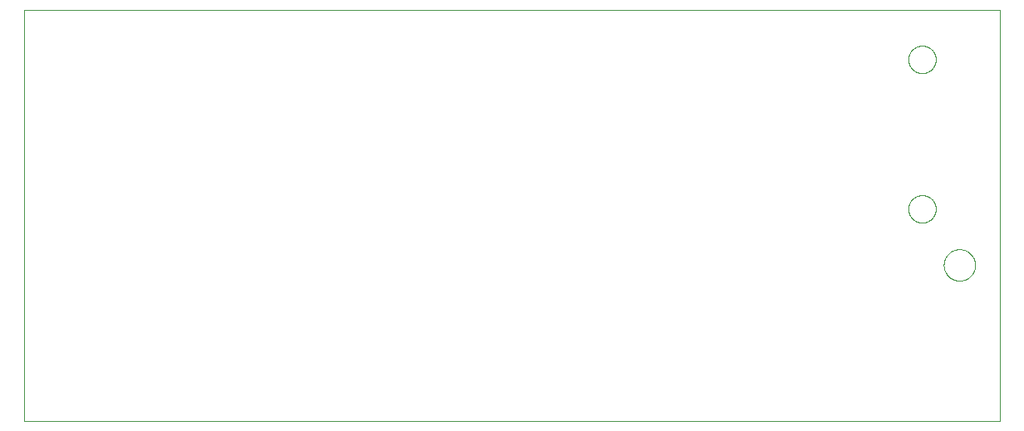
<source format=gbp>
G75*
%MOIN*%
%OFA0B0*%
%FSLAX25Y25*%
%IPPOS*%
%LPD*%
%AMOC8*
5,1,8,0,0,1.08239X$1,22.5*
%
%ADD10C,0.00000*%
D10*
X0001000Y0002875D02*
X0001000Y0167835D01*
X0392201Y0167835D01*
X0392201Y0002875D01*
X0001000Y0002875D01*
X0355500Y0087875D02*
X0355502Y0088023D01*
X0355508Y0088171D01*
X0355518Y0088319D01*
X0355532Y0088467D01*
X0355550Y0088614D01*
X0355572Y0088761D01*
X0355598Y0088907D01*
X0355627Y0089052D01*
X0355661Y0089197D01*
X0355699Y0089340D01*
X0355740Y0089483D01*
X0355785Y0089624D01*
X0355835Y0089764D01*
X0355887Y0089902D01*
X0355944Y0090040D01*
X0356004Y0090175D01*
X0356068Y0090309D01*
X0356135Y0090441D01*
X0356206Y0090571D01*
X0356281Y0090700D01*
X0356359Y0090826D01*
X0356440Y0090950D01*
X0356524Y0091072D01*
X0356612Y0091191D01*
X0356703Y0091308D01*
X0356797Y0091423D01*
X0356895Y0091535D01*
X0356995Y0091644D01*
X0357098Y0091751D01*
X0357204Y0091855D01*
X0357312Y0091956D01*
X0357424Y0092054D01*
X0357538Y0092149D01*
X0357654Y0092240D01*
X0357773Y0092329D01*
X0357894Y0092414D01*
X0358018Y0092496D01*
X0358144Y0092575D01*
X0358271Y0092650D01*
X0358401Y0092722D01*
X0358533Y0092791D01*
X0358666Y0092855D01*
X0358801Y0092916D01*
X0358938Y0092974D01*
X0359076Y0093028D01*
X0359216Y0093078D01*
X0359357Y0093124D01*
X0359499Y0093166D01*
X0359642Y0093205D01*
X0359786Y0093239D01*
X0359932Y0093270D01*
X0360077Y0093297D01*
X0360224Y0093320D01*
X0360371Y0093339D01*
X0360519Y0093354D01*
X0360666Y0093365D01*
X0360815Y0093372D01*
X0360963Y0093375D01*
X0361111Y0093374D01*
X0361259Y0093369D01*
X0361407Y0093360D01*
X0361555Y0093347D01*
X0361703Y0093330D01*
X0361849Y0093309D01*
X0361996Y0093284D01*
X0362141Y0093255D01*
X0362286Y0093223D01*
X0362429Y0093186D01*
X0362572Y0093146D01*
X0362714Y0093101D01*
X0362854Y0093053D01*
X0362993Y0093001D01*
X0363130Y0092946D01*
X0363266Y0092886D01*
X0363401Y0092823D01*
X0363533Y0092757D01*
X0363664Y0092687D01*
X0363793Y0092613D01*
X0363919Y0092536D01*
X0364044Y0092456D01*
X0364166Y0092372D01*
X0364287Y0092285D01*
X0364404Y0092195D01*
X0364520Y0092101D01*
X0364632Y0092005D01*
X0364742Y0091906D01*
X0364850Y0091803D01*
X0364954Y0091698D01*
X0365056Y0091590D01*
X0365154Y0091479D01*
X0365250Y0091366D01*
X0365343Y0091250D01*
X0365432Y0091132D01*
X0365518Y0091011D01*
X0365601Y0090888D01*
X0365681Y0090763D01*
X0365757Y0090636D01*
X0365830Y0090506D01*
X0365899Y0090375D01*
X0365964Y0090242D01*
X0366027Y0090108D01*
X0366085Y0089971D01*
X0366140Y0089833D01*
X0366190Y0089694D01*
X0366238Y0089553D01*
X0366281Y0089412D01*
X0366321Y0089269D01*
X0366356Y0089125D01*
X0366388Y0088980D01*
X0366416Y0088834D01*
X0366440Y0088688D01*
X0366460Y0088541D01*
X0366476Y0088393D01*
X0366488Y0088246D01*
X0366496Y0088097D01*
X0366500Y0087949D01*
X0366500Y0087801D01*
X0366496Y0087653D01*
X0366488Y0087504D01*
X0366476Y0087357D01*
X0366460Y0087209D01*
X0366440Y0087062D01*
X0366416Y0086916D01*
X0366388Y0086770D01*
X0366356Y0086625D01*
X0366321Y0086481D01*
X0366281Y0086338D01*
X0366238Y0086197D01*
X0366190Y0086056D01*
X0366140Y0085917D01*
X0366085Y0085779D01*
X0366027Y0085642D01*
X0365964Y0085508D01*
X0365899Y0085375D01*
X0365830Y0085244D01*
X0365757Y0085114D01*
X0365681Y0084987D01*
X0365601Y0084862D01*
X0365518Y0084739D01*
X0365432Y0084618D01*
X0365343Y0084500D01*
X0365250Y0084384D01*
X0365154Y0084271D01*
X0365056Y0084160D01*
X0364954Y0084052D01*
X0364850Y0083947D01*
X0364742Y0083844D01*
X0364632Y0083745D01*
X0364520Y0083649D01*
X0364404Y0083555D01*
X0364287Y0083465D01*
X0364166Y0083378D01*
X0364044Y0083294D01*
X0363919Y0083214D01*
X0363793Y0083137D01*
X0363664Y0083063D01*
X0363533Y0082993D01*
X0363401Y0082927D01*
X0363266Y0082864D01*
X0363130Y0082804D01*
X0362993Y0082749D01*
X0362854Y0082697D01*
X0362714Y0082649D01*
X0362572Y0082604D01*
X0362429Y0082564D01*
X0362286Y0082527D01*
X0362141Y0082495D01*
X0361996Y0082466D01*
X0361849Y0082441D01*
X0361703Y0082420D01*
X0361555Y0082403D01*
X0361407Y0082390D01*
X0361259Y0082381D01*
X0361111Y0082376D01*
X0360963Y0082375D01*
X0360815Y0082378D01*
X0360666Y0082385D01*
X0360519Y0082396D01*
X0360371Y0082411D01*
X0360224Y0082430D01*
X0360077Y0082453D01*
X0359932Y0082480D01*
X0359786Y0082511D01*
X0359642Y0082545D01*
X0359499Y0082584D01*
X0359357Y0082626D01*
X0359216Y0082672D01*
X0359076Y0082722D01*
X0358938Y0082776D01*
X0358801Y0082834D01*
X0358666Y0082895D01*
X0358533Y0082959D01*
X0358401Y0083028D01*
X0358271Y0083100D01*
X0358144Y0083175D01*
X0358018Y0083254D01*
X0357894Y0083336D01*
X0357773Y0083421D01*
X0357654Y0083510D01*
X0357538Y0083601D01*
X0357424Y0083696D01*
X0357312Y0083794D01*
X0357204Y0083895D01*
X0357098Y0083999D01*
X0356995Y0084106D01*
X0356895Y0084215D01*
X0356797Y0084327D01*
X0356703Y0084442D01*
X0356612Y0084559D01*
X0356524Y0084678D01*
X0356440Y0084800D01*
X0356359Y0084924D01*
X0356281Y0085050D01*
X0356206Y0085179D01*
X0356135Y0085309D01*
X0356068Y0085441D01*
X0356004Y0085575D01*
X0355944Y0085710D01*
X0355887Y0085848D01*
X0355835Y0085986D01*
X0355785Y0086126D01*
X0355740Y0086267D01*
X0355699Y0086410D01*
X0355661Y0086553D01*
X0355627Y0086698D01*
X0355598Y0086843D01*
X0355572Y0086989D01*
X0355550Y0087136D01*
X0355532Y0087283D01*
X0355518Y0087431D01*
X0355508Y0087579D01*
X0355502Y0087727D01*
X0355500Y0087875D01*
X0369701Y0065375D02*
X0369703Y0065533D01*
X0369709Y0065691D01*
X0369719Y0065849D01*
X0369733Y0066007D01*
X0369751Y0066164D01*
X0369772Y0066321D01*
X0369798Y0066477D01*
X0369828Y0066633D01*
X0369861Y0066788D01*
X0369899Y0066941D01*
X0369940Y0067094D01*
X0369985Y0067246D01*
X0370034Y0067397D01*
X0370087Y0067546D01*
X0370143Y0067694D01*
X0370203Y0067840D01*
X0370267Y0067985D01*
X0370335Y0068128D01*
X0370406Y0068270D01*
X0370480Y0068410D01*
X0370558Y0068547D01*
X0370640Y0068683D01*
X0370724Y0068817D01*
X0370813Y0068948D01*
X0370904Y0069077D01*
X0370999Y0069204D01*
X0371096Y0069329D01*
X0371197Y0069451D01*
X0371301Y0069570D01*
X0371408Y0069687D01*
X0371518Y0069801D01*
X0371631Y0069912D01*
X0371746Y0070021D01*
X0371864Y0070126D01*
X0371985Y0070228D01*
X0372108Y0070328D01*
X0372234Y0070424D01*
X0372362Y0070517D01*
X0372492Y0070607D01*
X0372625Y0070693D01*
X0372760Y0070777D01*
X0372896Y0070856D01*
X0373035Y0070933D01*
X0373176Y0071005D01*
X0373318Y0071075D01*
X0373462Y0071140D01*
X0373608Y0071202D01*
X0373755Y0071260D01*
X0373904Y0071315D01*
X0374054Y0071366D01*
X0374205Y0071413D01*
X0374357Y0071456D01*
X0374510Y0071495D01*
X0374665Y0071531D01*
X0374820Y0071562D01*
X0374976Y0071590D01*
X0375132Y0071614D01*
X0375289Y0071634D01*
X0375447Y0071650D01*
X0375604Y0071662D01*
X0375763Y0071670D01*
X0375921Y0071674D01*
X0376079Y0071674D01*
X0376237Y0071670D01*
X0376396Y0071662D01*
X0376553Y0071650D01*
X0376711Y0071634D01*
X0376868Y0071614D01*
X0377024Y0071590D01*
X0377180Y0071562D01*
X0377335Y0071531D01*
X0377490Y0071495D01*
X0377643Y0071456D01*
X0377795Y0071413D01*
X0377946Y0071366D01*
X0378096Y0071315D01*
X0378245Y0071260D01*
X0378392Y0071202D01*
X0378538Y0071140D01*
X0378682Y0071075D01*
X0378824Y0071005D01*
X0378965Y0070933D01*
X0379104Y0070856D01*
X0379240Y0070777D01*
X0379375Y0070693D01*
X0379508Y0070607D01*
X0379638Y0070517D01*
X0379766Y0070424D01*
X0379892Y0070328D01*
X0380015Y0070228D01*
X0380136Y0070126D01*
X0380254Y0070021D01*
X0380369Y0069912D01*
X0380482Y0069801D01*
X0380592Y0069687D01*
X0380699Y0069570D01*
X0380803Y0069451D01*
X0380904Y0069329D01*
X0381001Y0069204D01*
X0381096Y0069077D01*
X0381187Y0068948D01*
X0381276Y0068817D01*
X0381360Y0068683D01*
X0381442Y0068547D01*
X0381520Y0068410D01*
X0381594Y0068270D01*
X0381665Y0068128D01*
X0381733Y0067985D01*
X0381797Y0067840D01*
X0381857Y0067694D01*
X0381913Y0067546D01*
X0381966Y0067397D01*
X0382015Y0067246D01*
X0382060Y0067094D01*
X0382101Y0066941D01*
X0382139Y0066788D01*
X0382172Y0066633D01*
X0382202Y0066477D01*
X0382228Y0066321D01*
X0382249Y0066164D01*
X0382267Y0066007D01*
X0382281Y0065849D01*
X0382291Y0065691D01*
X0382297Y0065533D01*
X0382299Y0065375D01*
X0382297Y0065217D01*
X0382291Y0065059D01*
X0382281Y0064901D01*
X0382267Y0064743D01*
X0382249Y0064586D01*
X0382228Y0064429D01*
X0382202Y0064273D01*
X0382172Y0064117D01*
X0382139Y0063962D01*
X0382101Y0063809D01*
X0382060Y0063656D01*
X0382015Y0063504D01*
X0381966Y0063353D01*
X0381913Y0063204D01*
X0381857Y0063056D01*
X0381797Y0062910D01*
X0381733Y0062765D01*
X0381665Y0062622D01*
X0381594Y0062480D01*
X0381520Y0062340D01*
X0381442Y0062203D01*
X0381360Y0062067D01*
X0381276Y0061933D01*
X0381187Y0061802D01*
X0381096Y0061673D01*
X0381001Y0061546D01*
X0380904Y0061421D01*
X0380803Y0061299D01*
X0380699Y0061180D01*
X0380592Y0061063D01*
X0380482Y0060949D01*
X0380369Y0060838D01*
X0380254Y0060729D01*
X0380136Y0060624D01*
X0380015Y0060522D01*
X0379892Y0060422D01*
X0379766Y0060326D01*
X0379638Y0060233D01*
X0379508Y0060143D01*
X0379375Y0060057D01*
X0379240Y0059973D01*
X0379104Y0059894D01*
X0378965Y0059817D01*
X0378824Y0059745D01*
X0378682Y0059675D01*
X0378538Y0059610D01*
X0378392Y0059548D01*
X0378245Y0059490D01*
X0378096Y0059435D01*
X0377946Y0059384D01*
X0377795Y0059337D01*
X0377643Y0059294D01*
X0377490Y0059255D01*
X0377335Y0059219D01*
X0377180Y0059188D01*
X0377024Y0059160D01*
X0376868Y0059136D01*
X0376711Y0059116D01*
X0376553Y0059100D01*
X0376396Y0059088D01*
X0376237Y0059080D01*
X0376079Y0059076D01*
X0375921Y0059076D01*
X0375763Y0059080D01*
X0375604Y0059088D01*
X0375447Y0059100D01*
X0375289Y0059116D01*
X0375132Y0059136D01*
X0374976Y0059160D01*
X0374820Y0059188D01*
X0374665Y0059219D01*
X0374510Y0059255D01*
X0374357Y0059294D01*
X0374205Y0059337D01*
X0374054Y0059384D01*
X0373904Y0059435D01*
X0373755Y0059490D01*
X0373608Y0059548D01*
X0373462Y0059610D01*
X0373318Y0059675D01*
X0373176Y0059745D01*
X0373035Y0059817D01*
X0372896Y0059894D01*
X0372760Y0059973D01*
X0372625Y0060057D01*
X0372492Y0060143D01*
X0372362Y0060233D01*
X0372234Y0060326D01*
X0372108Y0060422D01*
X0371985Y0060522D01*
X0371864Y0060624D01*
X0371746Y0060729D01*
X0371631Y0060838D01*
X0371518Y0060949D01*
X0371408Y0061063D01*
X0371301Y0061180D01*
X0371197Y0061299D01*
X0371096Y0061421D01*
X0370999Y0061546D01*
X0370904Y0061673D01*
X0370813Y0061802D01*
X0370724Y0061933D01*
X0370640Y0062067D01*
X0370558Y0062203D01*
X0370480Y0062340D01*
X0370406Y0062480D01*
X0370335Y0062622D01*
X0370267Y0062765D01*
X0370203Y0062910D01*
X0370143Y0063056D01*
X0370087Y0063204D01*
X0370034Y0063353D01*
X0369985Y0063504D01*
X0369940Y0063656D01*
X0369899Y0063809D01*
X0369861Y0063962D01*
X0369828Y0064117D01*
X0369798Y0064273D01*
X0369772Y0064429D01*
X0369751Y0064586D01*
X0369733Y0064743D01*
X0369719Y0064901D01*
X0369709Y0065059D01*
X0369703Y0065217D01*
X0369701Y0065375D01*
X0355500Y0147875D02*
X0355502Y0148023D01*
X0355508Y0148171D01*
X0355518Y0148319D01*
X0355532Y0148467D01*
X0355550Y0148614D01*
X0355572Y0148761D01*
X0355598Y0148907D01*
X0355627Y0149052D01*
X0355661Y0149197D01*
X0355699Y0149340D01*
X0355740Y0149483D01*
X0355785Y0149624D01*
X0355835Y0149764D01*
X0355887Y0149902D01*
X0355944Y0150040D01*
X0356004Y0150175D01*
X0356068Y0150309D01*
X0356135Y0150441D01*
X0356206Y0150571D01*
X0356281Y0150700D01*
X0356359Y0150826D01*
X0356440Y0150950D01*
X0356524Y0151072D01*
X0356612Y0151191D01*
X0356703Y0151308D01*
X0356797Y0151423D01*
X0356895Y0151535D01*
X0356995Y0151644D01*
X0357098Y0151751D01*
X0357204Y0151855D01*
X0357312Y0151956D01*
X0357424Y0152054D01*
X0357538Y0152149D01*
X0357654Y0152240D01*
X0357773Y0152329D01*
X0357894Y0152414D01*
X0358018Y0152496D01*
X0358144Y0152575D01*
X0358271Y0152650D01*
X0358401Y0152722D01*
X0358533Y0152791D01*
X0358666Y0152855D01*
X0358801Y0152916D01*
X0358938Y0152974D01*
X0359076Y0153028D01*
X0359216Y0153078D01*
X0359357Y0153124D01*
X0359499Y0153166D01*
X0359642Y0153205D01*
X0359786Y0153239D01*
X0359932Y0153270D01*
X0360077Y0153297D01*
X0360224Y0153320D01*
X0360371Y0153339D01*
X0360519Y0153354D01*
X0360666Y0153365D01*
X0360815Y0153372D01*
X0360963Y0153375D01*
X0361111Y0153374D01*
X0361259Y0153369D01*
X0361407Y0153360D01*
X0361555Y0153347D01*
X0361703Y0153330D01*
X0361849Y0153309D01*
X0361996Y0153284D01*
X0362141Y0153255D01*
X0362286Y0153223D01*
X0362429Y0153186D01*
X0362572Y0153146D01*
X0362714Y0153101D01*
X0362854Y0153053D01*
X0362993Y0153001D01*
X0363130Y0152946D01*
X0363266Y0152886D01*
X0363401Y0152823D01*
X0363533Y0152757D01*
X0363664Y0152687D01*
X0363793Y0152613D01*
X0363919Y0152536D01*
X0364044Y0152456D01*
X0364166Y0152372D01*
X0364287Y0152285D01*
X0364404Y0152195D01*
X0364520Y0152101D01*
X0364632Y0152005D01*
X0364742Y0151906D01*
X0364850Y0151803D01*
X0364954Y0151698D01*
X0365056Y0151590D01*
X0365154Y0151479D01*
X0365250Y0151366D01*
X0365343Y0151250D01*
X0365432Y0151132D01*
X0365518Y0151011D01*
X0365601Y0150888D01*
X0365681Y0150763D01*
X0365757Y0150636D01*
X0365830Y0150506D01*
X0365899Y0150375D01*
X0365964Y0150242D01*
X0366027Y0150108D01*
X0366085Y0149971D01*
X0366140Y0149833D01*
X0366190Y0149694D01*
X0366238Y0149553D01*
X0366281Y0149412D01*
X0366321Y0149269D01*
X0366356Y0149125D01*
X0366388Y0148980D01*
X0366416Y0148834D01*
X0366440Y0148688D01*
X0366460Y0148541D01*
X0366476Y0148393D01*
X0366488Y0148246D01*
X0366496Y0148097D01*
X0366500Y0147949D01*
X0366500Y0147801D01*
X0366496Y0147653D01*
X0366488Y0147504D01*
X0366476Y0147357D01*
X0366460Y0147209D01*
X0366440Y0147062D01*
X0366416Y0146916D01*
X0366388Y0146770D01*
X0366356Y0146625D01*
X0366321Y0146481D01*
X0366281Y0146338D01*
X0366238Y0146197D01*
X0366190Y0146056D01*
X0366140Y0145917D01*
X0366085Y0145779D01*
X0366027Y0145642D01*
X0365964Y0145508D01*
X0365899Y0145375D01*
X0365830Y0145244D01*
X0365757Y0145114D01*
X0365681Y0144987D01*
X0365601Y0144862D01*
X0365518Y0144739D01*
X0365432Y0144618D01*
X0365343Y0144500D01*
X0365250Y0144384D01*
X0365154Y0144271D01*
X0365056Y0144160D01*
X0364954Y0144052D01*
X0364850Y0143947D01*
X0364742Y0143844D01*
X0364632Y0143745D01*
X0364520Y0143649D01*
X0364404Y0143555D01*
X0364287Y0143465D01*
X0364166Y0143378D01*
X0364044Y0143294D01*
X0363919Y0143214D01*
X0363793Y0143137D01*
X0363664Y0143063D01*
X0363533Y0142993D01*
X0363401Y0142927D01*
X0363266Y0142864D01*
X0363130Y0142804D01*
X0362993Y0142749D01*
X0362854Y0142697D01*
X0362714Y0142649D01*
X0362572Y0142604D01*
X0362429Y0142564D01*
X0362286Y0142527D01*
X0362141Y0142495D01*
X0361996Y0142466D01*
X0361849Y0142441D01*
X0361703Y0142420D01*
X0361555Y0142403D01*
X0361407Y0142390D01*
X0361259Y0142381D01*
X0361111Y0142376D01*
X0360963Y0142375D01*
X0360815Y0142378D01*
X0360666Y0142385D01*
X0360519Y0142396D01*
X0360371Y0142411D01*
X0360224Y0142430D01*
X0360077Y0142453D01*
X0359932Y0142480D01*
X0359786Y0142511D01*
X0359642Y0142545D01*
X0359499Y0142584D01*
X0359357Y0142626D01*
X0359216Y0142672D01*
X0359076Y0142722D01*
X0358938Y0142776D01*
X0358801Y0142834D01*
X0358666Y0142895D01*
X0358533Y0142959D01*
X0358401Y0143028D01*
X0358271Y0143100D01*
X0358144Y0143175D01*
X0358018Y0143254D01*
X0357894Y0143336D01*
X0357773Y0143421D01*
X0357654Y0143510D01*
X0357538Y0143601D01*
X0357424Y0143696D01*
X0357312Y0143794D01*
X0357204Y0143895D01*
X0357098Y0143999D01*
X0356995Y0144106D01*
X0356895Y0144215D01*
X0356797Y0144327D01*
X0356703Y0144442D01*
X0356612Y0144559D01*
X0356524Y0144678D01*
X0356440Y0144800D01*
X0356359Y0144924D01*
X0356281Y0145050D01*
X0356206Y0145179D01*
X0356135Y0145309D01*
X0356068Y0145441D01*
X0356004Y0145575D01*
X0355944Y0145710D01*
X0355887Y0145848D01*
X0355835Y0145986D01*
X0355785Y0146126D01*
X0355740Y0146267D01*
X0355699Y0146410D01*
X0355661Y0146553D01*
X0355627Y0146698D01*
X0355598Y0146843D01*
X0355572Y0146989D01*
X0355550Y0147136D01*
X0355532Y0147283D01*
X0355518Y0147431D01*
X0355508Y0147579D01*
X0355502Y0147727D01*
X0355500Y0147875D01*
M02*

</source>
